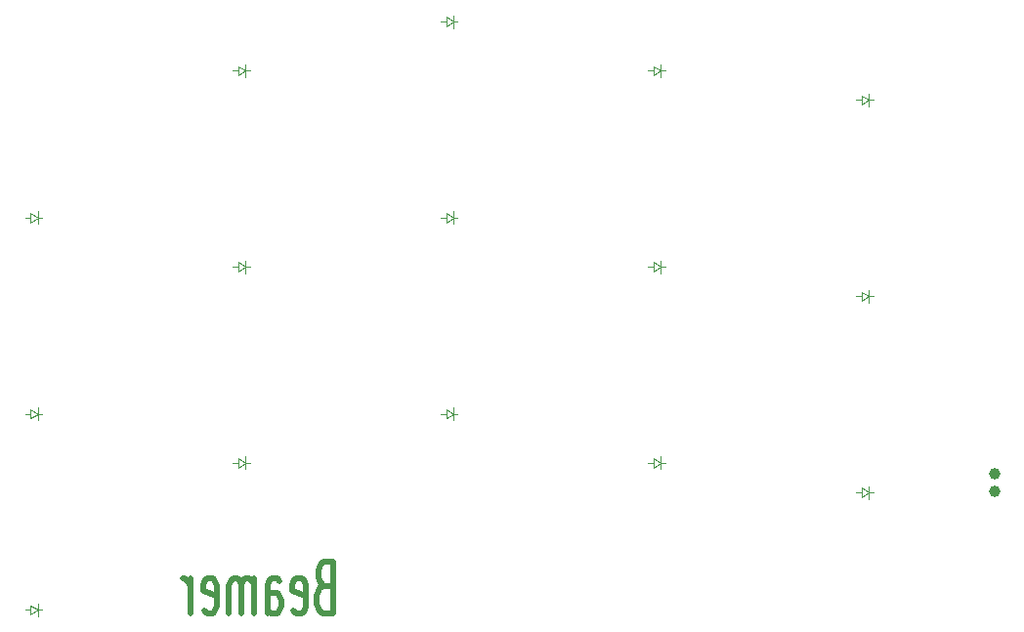
<source format=gbr>
%TF.GenerationSoftware,KiCad,Pcbnew,(6.0.9-0)*%
%TF.CreationDate,2022-12-29T18:14:32+01:00*%
%TF.ProjectId,beamer,6265616d-6572-42e6-9b69-6361645f7063,v1.0.0*%
%TF.SameCoordinates,Original*%
%TF.FileFunction,Legend,Bot*%
%TF.FilePolarity,Positive*%
%FSLAX46Y46*%
G04 Gerber Fmt 4.6, Leading zero omitted, Abs format (unit mm)*
G04 Created by KiCad (PCBNEW (6.0.9-0)) date 2022-12-29 18:14:32*
%MOMM*%
%LPD*%
G01*
G04 APERTURE LIST*
%ADD10C,0.500000*%
%ADD11C,0.100000*%
%ADD12C,1.000000*%
G04 APERTURE END LIST*
D10*
X182145472Y-159116829D02*
X181788329Y-159331115D01*
X181669281Y-159545400D01*
X181550234Y-159973972D01*
X181550234Y-160616829D01*
X181669281Y-161045400D01*
X181788329Y-161259686D01*
X182026424Y-161473972D01*
X182978805Y-161473972D01*
X182978805Y-156973972D01*
X182145472Y-156973972D01*
X181907377Y-157188258D01*
X181788329Y-157402543D01*
X181669281Y-157831115D01*
X181669281Y-158259686D01*
X181788329Y-158688258D01*
X181907377Y-158902543D01*
X182145472Y-159116829D01*
X182978805Y-159116829D01*
X179526424Y-161259686D02*
X179764519Y-161473972D01*
X180240710Y-161473972D01*
X180478805Y-161259686D01*
X180597853Y-160831115D01*
X180597853Y-159116829D01*
X180478805Y-158688258D01*
X180240710Y-158473972D01*
X179764519Y-158473972D01*
X179526424Y-158688258D01*
X179407377Y-159116829D01*
X179407377Y-159545400D01*
X180597853Y-159973972D01*
X177264519Y-161473972D02*
X177264519Y-159116829D01*
X177383567Y-158688258D01*
X177621662Y-158473972D01*
X178097853Y-158473972D01*
X178335948Y-158688258D01*
X177264519Y-161259686D02*
X177502615Y-161473972D01*
X178097853Y-161473972D01*
X178335948Y-161259686D01*
X178454996Y-160831115D01*
X178454996Y-160402543D01*
X178335948Y-159973972D01*
X178097853Y-159759686D01*
X177502615Y-159759686D01*
X177264519Y-159545400D01*
X176074043Y-161473972D02*
X176074043Y-158473972D01*
X176074043Y-158902543D02*
X175954996Y-158688258D01*
X175716900Y-158473972D01*
X175359758Y-158473972D01*
X175121662Y-158688258D01*
X175002615Y-159116829D01*
X175002615Y-161473972D01*
X175002615Y-159116829D02*
X174883567Y-158688258D01*
X174645472Y-158473972D01*
X174288329Y-158473972D01*
X174050234Y-158688258D01*
X173931186Y-159116829D01*
X173931186Y-161473972D01*
X171788329Y-161259686D02*
X172026424Y-161473972D01*
X172502615Y-161473972D01*
X172740710Y-161259686D01*
X172859758Y-160831115D01*
X172859758Y-159116829D01*
X172740710Y-158688258D01*
X172502615Y-158473972D01*
X172026424Y-158473972D01*
X171788329Y-158688258D01*
X171669281Y-159116829D01*
X171669281Y-159545400D01*
X172859758Y-159973972D01*
X170597853Y-161473972D02*
X170597853Y-158473972D01*
X170597853Y-159331115D02*
X170478805Y-158902543D01*
X170359758Y-158688258D01*
X170121662Y-158473972D01*
X169883567Y-158473972D01*
D11*
%TO.C,D1*%
X156750000Y-161200000D02*
X156250000Y-161200000D01*
X156750000Y-160800000D02*
X157350000Y-161200000D01*
X156750000Y-161600000D02*
X156750000Y-160800000D01*
X157350000Y-161200000D02*
X156750000Y-161600000D01*
X157350000Y-161200000D02*
X157350000Y-160650000D01*
X157350000Y-161200000D02*
X157350000Y-161750000D01*
X157750000Y-161200000D02*
X157350000Y-161200000D01*
%TO.C,D2*%
X156750000Y-144200000D02*
X156250000Y-144200000D01*
X156750000Y-143800000D02*
X157350000Y-144200000D01*
X156750000Y-144600000D02*
X156750000Y-143800000D01*
X157350000Y-144200000D02*
X156750000Y-144600000D01*
X157350000Y-144200000D02*
X157350000Y-143650000D01*
X157350000Y-144200000D02*
X157350000Y-144750000D01*
X157750000Y-144200000D02*
X157350000Y-144200000D01*
%TO.C,D3*%
X156750000Y-127200000D02*
X156250000Y-127200000D01*
X156750000Y-126800000D02*
X157350000Y-127200000D01*
X156750000Y-127600000D02*
X156750000Y-126800000D01*
X157350000Y-127200000D02*
X156750000Y-127600000D01*
X157350000Y-127200000D02*
X157350000Y-126650000D01*
X157350000Y-127200000D02*
X157350000Y-127750000D01*
X157750000Y-127200000D02*
X157350000Y-127200000D01*
%TO.C,D4*%
X174750000Y-148450000D02*
X174250000Y-148450000D01*
X174750000Y-148050000D02*
X175350000Y-148450000D01*
X174750000Y-148850000D02*
X174750000Y-148050000D01*
X175350000Y-148450000D02*
X174750000Y-148850000D01*
X175350000Y-148450000D02*
X175350000Y-147900000D01*
X175350000Y-148450000D02*
X175350000Y-149000000D01*
X175750000Y-148450000D02*
X175350000Y-148450000D01*
%TO.C,D5*%
X174750000Y-131450000D02*
X174250000Y-131450000D01*
X174750000Y-131050000D02*
X175350000Y-131450000D01*
X174750000Y-131850000D02*
X174750000Y-131050000D01*
X175350000Y-131450000D02*
X174750000Y-131850000D01*
X175350000Y-131450000D02*
X175350000Y-130900000D01*
X175350000Y-131450000D02*
X175350000Y-132000000D01*
X175750000Y-131450000D02*
X175350000Y-131450000D01*
%TO.C,D6*%
X174750000Y-114450000D02*
X174250000Y-114450000D01*
X174750000Y-114050000D02*
X175350000Y-114450000D01*
X174750000Y-114850000D02*
X174750000Y-114050000D01*
X175350000Y-114450000D02*
X174750000Y-114850000D01*
X175350000Y-114450000D02*
X175350000Y-113900000D01*
X175350000Y-114450000D02*
X175350000Y-115000000D01*
X175750000Y-114450000D02*
X175350000Y-114450000D01*
%TO.C,D7*%
X192750000Y-144200000D02*
X192250000Y-144200000D01*
X192750000Y-143800000D02*
X193350000Y-144200000D01*
X192750000Y-144600000D02*
X192750000Y-143800000D01*
X193350000Y-144200000D02*
X192750000Y-144600000D01*
X193350000Y-144200000D02*
X193350000Y-143650000D01*
X193350000Y-144200000D02*
X193350000Y-144750000D01*
X193750000Y-144200000D02*
X193350000Y-144200000D01*
%TO.C,D8*%
X192750000Y-127200000D02*
X192250000Y-127200000D01*
X192750000Y-126800000D02*
X193350000Y-127200000D01*
X192750000Y-127600000D02*
X192750000Y-126800000D01*
X193350000Y-127200000D02*
X192750000Y-127600000D01*
X193350000Y-127200000D02*
X193350000Y-126650000D01*
X193350000Y-127200000D02*
X193350000Y-127750000D01*
X193750000Y-127200000D02*
X193350000Y-127200000D01*
%TO.C,D9*%
X192750000Y-110200000D02*
X192250000Y-110200000D01*
X192750000Y-109800000D02*
X193350000Y-110200000D01*
X192750000Y-110600000D02*
X192750000Y-109800000D01*
X193350000Y-110200000D02*
X192750000Y-110600000D01*
X193350000Y-110200000D02*
X193350000Y-109650000D01*
X193350000Y-110200000D02*
X193350000Y-110750000D01*
X193750000Y-110200000D02*
X193350000Y-110200000D01*
%TO.C,D10*%
X210750000Y-148450000D02*
X210250000Y-148450000D01*
X210750000Y-148050000D02*
X211350000Y-148450000D01*
X210750000Y-148850000D02*
X210750000Y-148050000D01*
X211350000Y-148450000D02*
X210750000Y-148850000D01*
X211350000Y-148450000D02*
X211350000Y-147900000D01*
X211350000Y-148450000D02*
X211350000Y-149000000D01*
X211750000Y-148450000D02*
X211350000Y-148450000D01*
%TO.C,D11*%
X210750000Y-131450000D02*
X210250000Y-131450000D01*
X210750000Y-131050000D02*
X211350000Y-131450000D01*
X210750000Y-131850000D02*
X210750000Y-131050000D01*
X211350000Y-131450000D02*
X210750000Y-131850000D01*
X211350000Y-131450000D02*
X211350000Y-130900000D01*
X211350000Y-131450000D02*
X211350000Y-132000000D01*
X211750000Y-131450000D02*
X211350000Y-131450000D01*
%TO.C,D12*%
X210750000Y-114450000D02*
X210250000Y-114450000D01*
X210750000Y-114050000D02*
X211350000Y-114450000D01*
X210750000Y-114850000D02*
X210750000Y-114050000D01*
X211350000Y-114450000D02*
X210750000Y-114850000D01*
X211350000Y-114450000D02*
X211350000Y-113900000D01*
X211350000Y-114450000D02*
X211350000Y-115000000D01*
X211750000Y-114450000D02*
X211350000Y-114450000D01*
%TO.C,D13*%
X228750000Y-151000000D02*
X228250000Y-151000000D01*
X228750000Y-150600000D02*
X229350000Y-151000000D01*
X228750000Y-151400000D02*
X228750000Y-150600000D01*
X229350000Y-151000000D02*
X228750000Y-151400000D01*
X229350000Y-151000000D02*
X229350000Y-150450000D01*
X229350000Y-151000000D02*
X229350000Y-151550000D01*
X229750000Y-151000000D02*
X229350000Y-151000000D01*
%TO.C,D14*%
X228750000Y-134000000D02*
X228250000Y-134000000D01*
X228750000Y-133600000D02*
X229350000Y-134000000D01*
X228750000Y-134400000D02*
X228750000Y-133600000D01*
X229350000Y-134000000D02*
X228750000Y-134400000D01*
X229350000Y-134000000D02*
X229350000Y-133450000D01*
X229350000Y-134000000D02*
X229350000Y-134550000D01*
X229750000Y-134000000D02*
X229350000Y-134000000D01*
%TO.C,D15*%
X228750000Y-117000000D02*
X228250000Y-117000000D01*
X228750000Y-116600000D02*
X229350000Y-117000000D01*
X228750000Y-117400000D02*
X228750000Y-116600000D01*
X229350000Y-117000000D02*
X228750000Y-117400000D01*
X229350000Y-117000000D02*
X229350000Y-116450000D01*
X229350000Y-117000000D02*
X229350000Y-117550000D01*
X229750000Y-117000000D02*
X229350000Y-117000000D01*
%TD*%
D12*
%TO.C,*%
X240255000Y-149390000D03*
X240255000Y-150890000D03*
%TD*%
M02*

</source>
